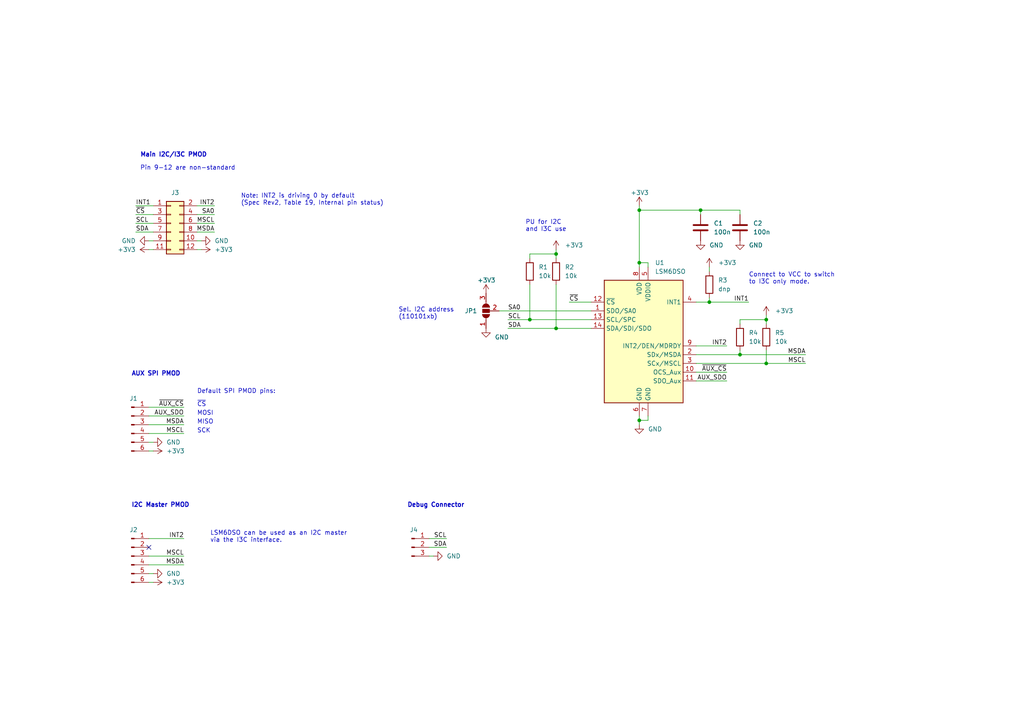
<source format=kicad_sch>
(kicad_sch (version 20211123) (generator eeschema)
  (paper "A4")
  (title_block (title "LSM6DSO PMOD") (rev "v1.0") (comment 1 "Intended for I3C investigations"))
  (lib_symbols
    (symbol "Connector:Conn_01x03_Male" (pin_names (offset 1.016) hide)
      (property "Reference" "J" (at 0 5.08 0))
      (property "Value" "Conn_01x03_Male" (at 0 -5.08 0))
      (symbol "Conn_01x03_Male_1_1"
        (polyline (pts (xy 1.27 -2.54) (xy 0.8636 -2.54)) (stroke (width 0.1524)))
        (polyline (pts (xy 1.27 0) (xy 0.8636 0)) (stroke (width 0.1524)))
        (polyline (pts (xy 1.27 2.54) (xy 0.8636 2.54)) (stroke (width 0.1524)))
        (rectangle (start 0.8636 -2.413) (end 0 -2.667) (stroke (width 0.1524)) (fill (type outline)))
        (rectangle (start 0.8636 0.127) (end 0 -0.127) (stroke (width 0.1524)) (fill (type outline)))
        (rectangle (start 0.8636 2.667) (end 0 2.413) (stroke (width 0.1524)) (fill (type outline)))
        (pin passive line (at 5.08 2.54 180) (length 3.81) (name "Pin_1") (number "1"))
        (pin passive line (at 5.08 0 180) (length 3.81) (name "Pin_2") (number "2"))
        (pin passive line (at 5.08 -2.54 180) (length 3.81) (name "Pin_3") (number "3"))
      )
    )
    (symbol "Connector:Conn_01x06_Male" (pin_names (offset 1.016) hide)
      (property "Reference" "J" (at 0 7.62 0))
      (property "Value" "Conn_01x06_Male" (at 0 -10.16 0))
      (symbol "Conn_01x06_Male_1_1"
        (polyline (pts (xy 1.27 -7.62) (xy 0.8636 -7.62)) (stroke (width 0.1524)))
        (polyline (pts (xy 1.27 -5.08) (xy 0.8636 -5.08)) (stroke (width 0.1524)))
        (polyline (pts (xy 1.27 -2.54) (xy 0.8636 -2.54)) (stroke (width 0.1524)))
        (polyline (pts (xy 1.27 0) (xy 0.8636 0)) (stroke (width 0.1524)))
        (polyline (pts (xy 1.27 2.54) (xy 0.8636 2.54)) (stroke (width 0.1524)))
        (polyline (pts (xy 1.27 5.08) (xy 0.8636 5.08)) (stroke (width 0.1524)))
        (rectangle (start 0.8636 -7.493) (end 0 -7.747) (stroke (width 0.1524)) (fill (type outline)))
        (rectangle (start 0.8636 -4.953) (end 0 -5.207) (stroke (width 0.1524)) (fill (type outline)))
        (rectangle (start 0.8636 -2.413) (end 0 -2.667) (stroke (width 0.1524)) (fill (type outline)))
        (rectangle (start 0.8636 0.127) (end 0 -0.127) (stroke (width 0.1524)) (fill (type outline)))
        (rectangle (start 0.8636 2.667) (end 0 2.413) (stroke (width 0.1524)) (fill (type outline)))
        (rectangle (start 0.8636 5.207) (end 0 4.953) (stroke (width 0.1524)) (fill (type outline)))
        (pin passive line (at 5.08 5.08 180) (length 3.81) (name "Pin_1") (number "1"))
        (pin passive line (at 5.08 2.54 180) (length 3.81) (name "Pin_2") (number "2"))
        (pin passive line (at 5.08 0 180) (length 3.81) (name "Pin_3") (number "3"))
        (pin passive line (at 5.08 -2.54 180) (length 3.81) (name "Pin_4") (number "4"))
        (pin passive line (at 5.08 -5.08 180) (length 3.81) (name "Pin_5") (number "5"))
        (pin passive line (at 5.08 -7.62 180) (length 3.81) (name "Pin_6") (number "6"))
      )
    )
    (symbol "Connector_Generic:Conn_02x06_Odd_Even" (pin_names (offset 1.016) hide)
      (property "Reference" "J" (at 1.27 7.62 0))
      (property "Value" "Conn_02x06_Odd_Even" (at 1.27 -10.16 0))
      (symbol "Conn_02x06_Odd_Even_1_1"
        (rectangle (start -1.27 -7.493) (end 0 -7.747) (stroke (width 0.1524)))
        (rectangle (start -1.27 -4.953) (end 0 -5.207) (stroke (width 0.1524)))
        (rectangle (start -1.27 -2.413) (end 0 -2.667) (stroke (width 0.1524)))
        (rectangle (start -1.27 0.127) (end 0 -0.127) (stroke (width 0.1524)))
        (rectangle (start -1.27 2.667) (end 0 2.413) (stroke (width 0.1524)))
        (rectangle (start -1.27 5.207) (end 0 4.953) (stroke (width 0.1524)))
        (rectangle (start -1.27 6.35) (end 3.81 -8.89) (stroke (width 0.254)) (fill (type background)))
        (rectangle (start 3.81 -7.493) (end 2.54 -7.747) (stroke (width 0.1524)))
        (rectangle (start 3.81 -4.953) (end 2.54 -5.207) (stroke (width 0.1524)))
        (rectangle (start 3.81 -2.413) (end 2.54 -2.667) (stroke (width 0.1524)))
        (rectangle (start 3.81 0.127) (end 2.54 -0.127) (stroke (width 0.1524)))
        (rectangle (start 3.81 2.667) (end 2.54 2.413) (stroke (width 0.1524)))
        (rectangle (start 3.81 5.207) (end 2.54 4.953) (stroke (width 0.1524)))
        (pin passive line (at -5.08 5.08 0) (length 3.81) (name "Pin_1") (number "1"))
        (pin passive line (at 7.62 -5.08 180) (length 3.81) (name "Pin_10") (number "10"))
        (pin passive line (at -5.08 -7.62 0) (length 3.81) (name "Pin_11") (number "11"))
        (pin passive line (at 7.62 -7.62 180) (length 3.81) (name "Pin_12") (number "12"))
        (pin passive line (at 7.62 5.08 180) (length 3.81) (name "Pin_2") (number "2"))
        (pin passive line (at -5.08 2.54 0) (length 3.81) (name "Pin_3") (number "3"))
        (pin passive line (at 7.62 2.54 180) (length 3.81) (name "Pin_4") (number "4"))
        (pin passive line (at -5.08 0 0) (length 3.81) (name "Pin_5") (number "5"))
        (pin passive line (at 7.62 0 180) (length 3.81) (name "Pin_6") (number "6"))
        (pin passive line (at -5.08 -2.54 0) (length 3.81) (name "Pin_7") (number "7"))
        (pin passive line (at 7.62 -2.54 180) (length 3.81) (name "Pin_8") (number "8"))
        (pin passive line (at -5.08 -5.08 0) (length 3.81) (name "Pin_9") (number "9"))
      )
    )
    (symbol "Device:C" (pin_numbers hide) (pin_names (offset 0.254))
      (property "Reference" "C" (at 0.635 2.54 0))
      (property "Value" "C" (at 0.635 -2.54 0))
      (symbol "C_0_1"
        (polyline (pts (xy -2.032 -0.762) (xy 2.032 -0.762)) (stroke (width 0.508)))
        (polyline (pts (xy -2.032 0.762) (xy 2.032 0.762)) (stroke (width 0.508)))
      )
      (symbol "C_1_1"
        (pin passive line (at 0 3.81 270) (length 2.794) (name "~") (number "1"))
        (pin passive line (at 0 -3.81 90) (length 2.794) (name "~") (number "2"))
      )
    )
    (symbol "Device:R" (pin_numbers hide) (pin_names (offset 0))
      (property "Reference" "R" (at 2.032 0 90))
      (property "Value" "R" (at 0 0 90))
      (symbol "R_0_1"
        (rectangle (start -1.016 -2.54) (end 1.016 2.54) (stroke (width 0.254)))
      )
      (symbol "R_1_1"
        (pin passive line (at 0 3.81 270) (length 1.27) (name "~") (number "1"))
        (pin passive line (at 0 -3.81 90) (length 1.27) (name "~") (number "2"))
      )
    )
    (symbol "Jumper:SolderJumper_3_Open" (pin_names (offset 0) hide)
      (property "Reference" "JP" (at -2.54 -2.54 0))
      (property "Value" "SolderJumper_3_Open" (at 0 2.794 0))
      (symbol "SolderJumper_3_Open_0_1"
        (arc (start -1.016 1.016) (mid -2.032 0) (end -1.016 -1.016))
        (arc (start -1.016 1.016) (mid -2.032 0) (end -1.016 -1.016) (fill (type outline)))
        (rectangle (start -0.508 1.016) (end 0.508 -1.016) (fill (type outline)))
        (polyline (pts (xy -2.54 0) (xy -2.032 0)))
        (polyline (pts (xy -1.016 1.016) (xy -1.016 -1.016)))
        (polyline (pts (xy 0 -1.27) (xy 0 -1.016)))
        (polyline (pts (xy 1.016 1.016) (xy 1.016 -1.016)))
        (polyline (pts (xy 2.54 0) (xy 2.032 0)))
        (arc (start 1.016 -1.016) (mid 2.032 0) (end 1.016 1.016))
        (arc (start 1.016 -1.016) (mid 2.032 0) (end 1.016 1.016) (fill (type outline)))
      )
      (symbol "SolderJumper_3_Open_1_1"
        (pin passive line (at -5.08 0 0) (length 2.54) (name "A") (number "1"))
        (pin passive line (at 0 -3.81 90) (length 2.54) (name "C") (number "2"))
        (pin passive line (at 5.08 0 180) (length 2.54) (name "B") (number "3"))
      )
    )
    (symbol "power:+3V3" (power) (pin_names (offset 0))
      (property "Value" "+3V3" (at 0 3.556 0))
      (symbol "+3V3_0_1"
        (polyline (pts (xy -0.762 1.27) (xy 0 2.54)))
        (polyline (pts (xy 0 0) (xy 0 2.54)))
        (polyline (pts (xy 0 2.54) (xy 0.762 1.27)))
      )
      (symbol "+3V3_1_1"
        (pin power_in line (at 0 0 90) (length 0) hide (name "+3V3") (number "1"))
      )
    )
    (symbol "power:GND" (power) (pin_names (offset 0))
      (property "Value" "GND" (at 0 -3.81 0))
      (symbol "GND_0_1"
        (polyline (pts (xy 0 0) (xy 0 -1.27) (xy 1.27 -1.27) (xy 0 -2.54) (xy -1.27 -1.27) (xy 0 -1.27)))
      )
      (symbol "GND_1_1"
        (pin power_in line (at 0 0 270) (length 0) hide (name "GND") (number "1"))
      )
    )
    (symbol "symbols:LSM6DSO"
      (property "Reference" "U" (at -11.43 21.59 0))
      (property "Value" "LSM6DSO" (at -7.62 19.05 0))
      (symbol "LSM6DSO_0_1"
        (rectangle (start -11.43 17.78) (end 11.43 -17.78) (stroke (width 0.254)) (fill (type background)))
      )
      (symbol "LSM6DSO_1_1"
        (pin bidirectional line (at -15.24 8.89 0) (length 3.81) (name "SDO/SA0") (number "1"))
        (pin input line (at 15.24 -8.89 180) (length 3.81) (name "OCS_Aux") (number "10"))
        (pin output line (at 15.24 -11.43 180) (length 3.81) (name "SDO_Aux") (number "11"))
        (pin input line (at -15.24 11.43 0) (length 3.81) (name "~{CS}") (number "12"))
        (pin input line (at -15.24 6.35 0) (length 3.81) (name "SCL/SPC") (number "13"))
        (pin bidirectional line (at -15.24 3.81 0) (length 3.81) (name "SDA/SDI/SDO") (number "14"))
        (pin bidirectional line (at 15.24 -3.81 180) (length 3.81) (name "SDx/MSDA") (number "2"))
        (pin bidirectional line (at 15.24 -6.35 180) (length 3.81) (name "SCx/MSCL") (number "3"))
        (pin output line (at 15.24 11.43 180) (length 3.81) (name "INT1") (number "4"))
        (pin power_in line (at 1.27 21.59 270) (length 3.81) (name "VDDIO") (number "5"))
        (pin power_in line (at -1.27 -21.59 90) (length 3.81) (name "GND") (number "6"))
        (pin power_in line (at 1.27 -21.59 90) (length 3.81) (name "GND") (number "7"))
        (pin power_in line (at -1.27 21.59 270) (length 3.81) (name "VDD") (number "8"))
        (pin bidirectional line (at 15.24 -1.27 180) (length 3.81) (name "INT2/DEN/MDRDY") (number "9"))
      )
    )
  )
  (junction (at 161.29 73.66))
  (junction (at 222.25 92.71))
  (junction (at 185.42 60.96))
  (junction (at 203.2 60.96))
  (junction (at 205.74 87.63))
  (junction (at 161.29 95.25))
  (junction (at 153.67 92.71))
  (junction (at 214.63 102.87))
  (junction (at 185.42 76.2))
  (junction (at 222.25 105.41))
  (junction (at 185.42 121.92))
  (no_connect (at 43.18 158.75))
  (wire (pts (xy 43.18 128.27) (xy 44.45 128.27)))
  (wire (pts (xy 214.63 102.87) (xy 233.68 102.87)))
  (wire (pts (xy 201.93 100.33) (xy 210.82 100.33)))
  (wire (pts (xy 203.2 62.23) (xy 203.2 60.96)))
  (wire (pts (xy 187.96 120.65) (xy 187.96 121.92)))
  (wire (pts (xy 214.63 62.23) (xy 214.63 60.96)))
  (wire (pts (xy 185.42 123.19) (xy 185.42 121.92)))
  (wire (pts (xy 43.18 163.83) (xy 53.34 163.83)))
  (wire (pts (xy 44.45 69.85) (xy 43.18 69.85)))
  (wire (pts (xy 161.29 72.39) (xy 161.29 73.66)))
  (wire (pts (xy 214.63 92.71) (xy 222.25 92.71)))
  (wire (pts (xy 57.15 72.39) (xy 58.42 72.39)))
  (wire (pts (xy 39.37 59.69) (xy 44.45 59.69)))
  (wire (pts (xy 124.46 161.29) (xy 125.73 161.29)))
  (wire (pts (xy 214.63 93.98) (xy 214.63 92.71)))
  (wire (pts (xy 43.18 118.11) (xy 53.34 118.11)))
  (wire (pts (xy 185.42 60.96) (xy 185.42 76.2)))
  (wire (pts (xy 153.67 74.93) (xy 153.67 73.66)))
  (wire (pts (xy 57.15 59.69) (xy 62.23 59.69)))
  (wire (pts (xy 153.67 73.66) (xy 161.29 73.66)))
  (wire (pts (xy 185.42 76.2) (xy 187.96 76.2)))
  (wire (pts (xy 201.93 102.87) (xy 214.63 102.87)))
  (wire (pts (xy 201.93 110.49) (xy 210.82 110.49)))
  (wire (pts (xy 57.15 67.31) (xy 62.23 67.31)))
  (wire (pts (xy 214.63 101.6) (xy 214.63 102.87)))
  (wire (pts (xy 205.74 77.47) (xy 205.74 78.74)))
  (wire (pts (xy 222.25 105.41) (xy 233.68 105.41)))
  (wire (pts (xy 129.54 158.75) (xy 124.46 158.75)))
  (wire (pts (xy 161.29 73.66) (xy 161.29 74.93)))
  (wire (pts (xy 203.2 60.96) (xy 214.63 60.96)))
  (wire (pts (xy 185.42 60.96) (xy 203.2 60.96)))
  (wire (pts (xy 43.18 156.21) (xy 53.34 156.21)))
  (wire (pts (xy 205.74 86.36) (xy 205.74 87.63)))
  (wire (pts (xy 147.32 92.71) (xy 153.67 92.71)))
  (wire (pts (xy 43.18 130.81) (xy 44.45 130.81)))
  (wire (pts (xy 43.18 123.19) (xy 53.34 123.19)))
  (wire (pts (xy 57.15 64.77) (xy 62.23 64.77)))
  (wire (pts (xy 201.93 107.95) (xy 210.82 107.95)))
  (wire (pts (xy 161.29 82.55) (xy 161.29 95.25)))
  (wire (pts (xy 43.18 125.73) (xy 53.34 125.73)))
  (wire (pts (xy 222.25 101.6) (xy 222.25 105.41)))
  (wire (pts (xy 57.15 69.85) (xy 58.42 69.85)))
  (wire (pts (xy 185.42 121.92) (xy 185.42 120.65)))
  (wire (pts (xy 201.93 87.63) (xy 205.74 87.63)))
  (wire (pts (xy 43.18 72.39) (xy 44.45 72.39)))
  (wire (pts (xy 187.96 77.47) (xy 187.96 76.2)))
  (wire (pts (xy 153.67 92.71) (xy 171.45 92.71)))
  (wire (pts (xy 43.18 161.29) (xy 53.34 161.29)))
  (wire (pts (xy 153.67 82.55) (xy 153.67 92.71)))
  (wire (pts (xy 185.42 121.92) (xy 187.96 121.92)))
  (wire (pts (xy 147.32 95.25) (xy 161.29 95.25)))
  (wire (pts (xy 161.29 95.25) (xy 171.45 95.25)))
  (wire (pts (xy 43.18 166.37) (xy 44.45 166.37)))
  (wire (pts (xy 144.78 90.17) (xy 171.45 90.17)))
  (wire (pts (xy 43.18 120.65) (xy 53.34 120.65)))
  (wire (pts (xy 39.37 64.77) (xy 44.45 64.77)))
  (wire (pts (xy 222.25 92.71) (xy 222.25 93.98)))
  (wire (pts (xy 129.54 156.21) (xy 124.46 156.21)))
  (wire (pts (xy 222.25 91.44) (xy 222.25 92.71)))
  (wire (pts (xy 57.15 62.23) (xy 62.23 62.23)))
  (wire (pts (xy 39.37 67.31) (xy 44.45 67.31)))
  (wire (pts (xy 185.42 59.69) (xy 185.42 60.96)))
  (wire (pts (xy 43.18 168.91) (xy 44.45 168.91)))
  (wire (pts (xy 185.42 76.2) (xy 185.42 77.47)))
  (wire (pts (xy 165.1 87.63) (xy 171.45 87.63)))
  (wire (pts (xy 39.37 62.23) (xy 44.45 62.23)))
  (wire (pts (xy 205.74 87.63) (xy 217.17 87.63)))
  (wire (pts (xy 201.93 105.41) (xy 222.25 105.41)))
  (text "LSM6DSO can be used as an I2C master\nvia the I3C interface." (at 60.96 157.48 0) (effects (font (size 1.27 1.27)) (justify left bottom)))
  (text "Debug Connector" (at 118.11 147.32 0) (effects (font (size 1.27 1.27) (thickness 0.254) bold) (justify left bottom)))
  (text "I2C Master PMOD" (at 38.1 147.32 0) (effects (font (size 1.27 1.27) (thickness 0.254) bold) (justify left bottom)))
  (text "MOSI" (at 57.1467 120.6337 0) (effects (font (size 1.27 1.27)) (justify left bottom)))
  (text "MISO" (at 57.1467 123.1672 0) (effects (font (size 1.27 1.27)) (justify left bottom)))
  (text "Note: INT2 is driving 0 by default\n(Spec Rev2, Table 19, Internal pin status)" (at 69.85 59.69 0) (effects (font (size 1.27 1.27)) (justify left bottom)))
  (text "Pin 9-12 are non-standard" (at 40.64 49.53 0) (effects (font (size 1.27 1.27)) (justify left bottom)))
  (text "Main I2C/I3C PMOD" (at 40.64 45.72 0) (effects (font (size 1.27 1.27) (thickness 0.254) bold) (justify left bottom)))
  (text "Default SPI PMOD pins:" (at 57.15 114.3 0) (effects (font (size 1.27 1.27)) (justify left bottom)))
  (text "Connect to VCC to switch\nto I3C only mode." (at 217.17 82.55 0) (effects (font (size 1.27 1.27)) (justify left bottom)))
  (text "PU for I2C\nand I3C use" (at 152.4 67.31 0) (effects (font (size 1.27 1.27)) (justify left bottom)))
  (text "AUX SPI PMOD" (at 38.1 109.22 0) (effects (font (size 1.27 1.27) (thickness 0.254) bold) (justify left bottom)))
  (text "Sel. I2C address\n(110101xb)" (at 115.57 92.71 0) (effects (font (size 1.27 1.27)) (justify left bottom)))
  (text "SCK" (at 57.15 125.73 0) (effects (font (size 1.27 1.27)) (justify left bottom)))
  (text "~{CS}" (at 57.15 118.11 0) (effects (font (size 1.27 1.27)) (justify left bottom)))
  (label "AUX_SDO" (at 53.34 120.65 180))
  (label "MSDA" (at 233.68 102.87 180))
  (label "MSCL" (at 233.68 105.41 180))
  (label "~{CS}" (at 165.1 87.63 0))
  (label "INT2" (at 62.23 59.69 180))
  (label "INT1" (at 39.37 59.69 0))
  (label "SA0" (at 147.32 90.17 0))
  (label "SDA" (at 39.37 67.31 0))
  (label "MSDA" (at 53.34 163.83 180))
  (label "MSDA" (at 53.34 123.19 180))
  (label "~{CS}" (at 39.37 62.23 0))
  (label "SDA" (at 147.32 95.25 0))
  (label "MSCL" (at 62.23 64.77 180))
  (label "INT1" (at 217.17 87.63 180))
  (label "SCL" (at 147.32 92.71 0))
  (label "MSCL" (at 53.34 125.73 180))
  (label "~{AUX_CS}" (at 210.82 107.95 180))
  (label "AUX_SDO" (at 210.82 110.49 180))
  (label "SCL" (at 129.54 156.21 180))
  (label "INT2" (at 210.82 100.33 180))
  (label "MSCL" (at 53.34 161.29 180))
  (label "MSDA" (at 62.23 67.31 180))
  (label "SA0" (at 62.23 62.23 180))
  (label "SCL" (at 39.37 64.77 0))
  (label "SDA" (at 129.54 158.75 180))
  (label "INT2" (at 53.34 156.21 180))
  (label "~{AUX_CS}" (at 53.34 118.11 180))
  (symbol (lib_id "power:+3V3") (at 43.18 72.39 90) (unit 1)
    (property "Reference" "#PWR0107" (effects hide))
    (property "Value" "+3V3" (at 39.37 72.3899 90) (effects (justify left)))
  )
  (symbol (lib_id "power:+3V3") (at 140.97 85.09 0) (unit 1)
    (property "Reference" "#PWR0110" (effects hide))
    (property "Value" "+3V3" (at 138.43 81.28 0) (effects (justify left)))
  )
  (symbol (lib_id "power:GND") (at 140.97 95.25 0) (unit 1)
    (property "Reference" "#PWR0111" (effects hide))
    (property "Value" "GND" (at 143.51 97.79 0) (effects (justify left)))
  )
  (symbol (lib_id "Device:R") (at 205.74 82.55 0) (unit 1)
    (property "Reference" "R3" (at 208.28 81.2799 0) (effects (justify left)))
    (property "Value" "dnp" (at 208.28 83.8199 0) (effects (justify left)))
    (property "Footprint" "Resistor_SMD:R_0603_1608Metric" (effects hide))
  )
  (symbol (lib_id "Jumper:SolderJumper_3_Open") (at 140.97 90.17 90) (unit 1)
    (property "Reference" "JP1" (at 138.43 90.1699 90) (effects (justify left)))
    (property "Value" "SolderJumper_3_Open" (effects hide))
    (property "Footprint" "Jumper:SolderJumper-3_P2.0mm_Open_TrianglePad1.0x1.5mm" (effects hide))
  )
  (symbol (lib_id "power:GND") (at 185.42 123.19 0) (unit 1)
    (property "Reference" "#PWR0118" (effects hide))
    (property "Value" "GND" (at 187.96 124.4599 0) (effects (justify left)))
  )
  (symbol (lib_id "power:GND") (at 58.42 69.85 90) (unit 1)
    (property "Reference" "#PWR0109" (effects hide))
    (property "Value" "GND" (at 62.23 69.8499 90) (effects (justify right)))
  )
  (symbol (lib_id "power:+3V3") (at 222.25 91.44 0) (unit 1)
    (property "Reference" "#PWR0114" (effects hide))
    (property "Value" "+3V3" (at 224.79 90.1699 0) (effects (justify left)))
  )
  (symbol (lib_id "symbols:LSM6DSO") (at 186.69 99.06 0) (unit 1)
    (property "Reference" "U1" (at 189.9794 76.2 0) (effects (justify left)))
    (property "Value" "LSM6DSO" (at 189.9794 78.74 0) (effects (justify left)))
    (property "Footprint" "Package_LGA:LGA-14_3x2.5mm_P0.5mm_LayoutBorder3x4y" (effects hide))
    (property "Datasheet" "https://www.st.com/resource/en/datasheet/lsm6dso.pdf" (effects hide))
  )
  (symbol (lib_id "Connector:Conn_01x06_Male") (at 38.1 161.29 0) (unit 1)
    (property "Reference" "J2" (at 38.735 153.67 0))
    (property "Value" "Conn_01x06_Male" (effects hide))
    (property "Footprint" "Connector_PinHeader_2.54mm:PinHeader_1x06_P2.54mm_Vertical" (effects hide))
  )
  (symbol (lib_id "power:+3V3") (at 58.42 72.39 270) (unit 1)
    (property "Reference" "#PWR0108" (effects hide))
    (property "Value" "+3V3" (at 62.23 72.3899 90) (effects (justify left)))
  )
  (symbol (lib_id "power:+3V3") (at 44.45 130.81 270) (unit 1)
    (property "Reference" "#PWR0101" (effects hide))
    (property "Value" "+3V3" (at 48.26 130.8099 90) (effects (justify left)))
  )
  (symbol (lib_id "Device:R") (at 161.29 78.74 0) (unit 1)
    (property "Reference" "R2" (at 163.83 77.4699 0) (effects (justify left)))
    (property "Value" "10k" (at 163.83 80.0099 0) (effects (justify left)))
    (property "Footprint" "Resistor_SMD:R_0603_1608Metric" (effects hide))
  )
  (symbol (lib_id "power:+3V3") (at 161.29 72.39 0) (unit 1)
    (property "Reference" "#PWR0112" (effects hide))
    (property "Value" "+3V3" (at 163.83 71.1199 0) (effects (justify left)))
  )
  (symbol (lib_id "power:GND") (at 44.45 166.37 90) (unit 1)
    (property "Reference" "#PWR0102" (effects hide))
    (property "Value" "GND" (at 48.26 166.3699 90) (effects (justify right)))
  )
  (symbol (lib_id "power:GND") (at 43.18 69.85 270) (unit 1)
    (property "Reference" "#PWR0106" (effects hide))
    (property "Value" "GND" (at 39.37 69.8499 90) (effects (justify right)))
  )
  (symbol (lib_id "Device:C") (at 203.2 66.04 0) (unit 1)
    (property "Reference" "C1" (at 207.01 64.7699 0) (effects (justify left)))
    (property "Value" "100n" (at 207.01 67.3099 0) (effects (justify left)))
    (property "Footprint" "Capacitor_SMD:C_0402_1005Metric" (effects hide))
  )
  (symbol (lib_id "power:GND") (at 44.45 128.27 90) (unit 1)
    (property "Reference" "#PWR0105" (effects hide))
    (property "Value" "GND" (at 48.26 128.2699 90) (effects (justify right)))
  )
  (symbol (lib_id "Connector:Conn_01x03_Male") (at 119.38 158.75 0) (unit 1)
    (property "Reference" "J4" (at 120.015 153.67 0))
    (property "Value" "Conn_01x03_Male" (effects hide))
    (property "Footprint" "Connector_PinHeader_2.54mm:PinHeader_1x03_P2.54mm_Vertical" (effects hide))
  )
  (symbol (lib_id "Device:C") (at 214.63 66.04 0) (unit 1)
    (property "Reference" "C2" (at 218.44 64.7699 0) (effects (justify left)))
    (property "Value" "100n" (at 218.44 67.3099 0) (effects (justify left)))
    (property "Footprint" "Capacitor_SMD:C_0402_1005Metric" (effects hide))
  )
  (symbol (lib_id "power:GND") (at 214.63 69.85 0) (unit 1)
    (property "Reference" "#PWR0116" (effects hide))
    (property "Value" "GND" (at 217.17 71.1199 0) (effects (justify left)))
  )
  (symbol (lib_id "power:+3V3") (at 185.42 59.69 0) (unit 1)
    (property "Reference" "#PWR0117" (effects hide))
    (property "Value" "+3V3" (at 182.88 55.88 0) (effects (justify left)))
  )
  (symbol (lib_id "power:GND") (at 203.2 69.85 0) (unit 1)
    (property "Reference" "#PWR0115" (effects hide))
    (property "Value" "GND" (at 205.74 71.1199 0) (effects (justify left)))
  )
  (symbol (lib_id "Device:R") (at 222.25 97.79 0) (unit 1)
    (property "Reference" "R5" (at 224.79 96.5199 0) (effects (justify left)))
    (property "Value" "10k" (at 224.79 99.0599 0) (effects (justify left)))
    (property "Footprint" "Resistor_SMD:R_0603_1608Metric" (effects hide))
  )
  (symbol (lib_id "power:+3V3") (at 44.45 168.91 270) (unit 1)
    (property "Reference" "#PWR0103" (effects hide))
    (property "Value" "+3V3" (at 48.26 168.9099 90) (effects (justify left)))
  )
  (symbol (lib_id "power:+3V3") (at 205.74 77.47 0) (unit 1)
    (property "Reference" "#PWR0113" (effects hide))
    (property "Value" "+3V3" (at 208.28 76.1999 0) (effects (justify left)))
  )
  (symbol (lib_id "Device:R") (at 214.63 97.79 0) (unit 1)
    (property "Reference" "R4" (at 217.17 96.5199 0) (effects (justify left)))
    (property "Value" "10k" (at 217.17 99.0599 0) (effects (justify left)))
    (property "Footprint" "Resistor_SMD:R_0603_1608Metric" (effects hide))
  )
  (symbol (lib_id "Connector_Generic:Conn_02x06_Odd_Even") (at 49.53 64.77 0) (unit 1)
    (property "Reference" "J3" (at 50.8 55.88 0))
    (property "Value" "Conn_02x06_Counter_Clockwise" (effects hide))
    (property "Footprint" "Connector_PinHeader_2.54mm:PinHeader_2x06_P2.54mm_Horizontal" (effects hide))
  )
  (symbol (lib_id "Device:R") (at 153.67 78.74 0) (unit 1)
    (property "Reference" "R1" (at 156.21 77.4699 0) (effects (justify left)))
    (property "Value" "10k" (at 156.21 80.0099 0) (effects (justify left)))
    (property "Footprint" "Resistor_SMD:R_0603_1608Metric" (effects hide))
  )
  (symbol (lib_id "Connector:Conn_01x06_Male") (at 38.1 123.19 0) (unit 1)
    (property "Reference" "J1" (at 38.735 115.57 0))
    (property "Value" "Conn_01x06_Male" (effects hide))
    (property "Footprint" "Connector_PinHeader_2.54mm:PinHeader_1x06_P2.54mm_Vertical" (effects hide))
  )
  (symbol (lib_id "power:GND") (at 125.73 161.29 90) (mirror x) (unit 1)
    (property "Reference" "#PWR0104" (effects hide))
    (property "Value" "GND" (at 129.54 161.2899 90) (effects (justify right)))
  )
)
</source>
